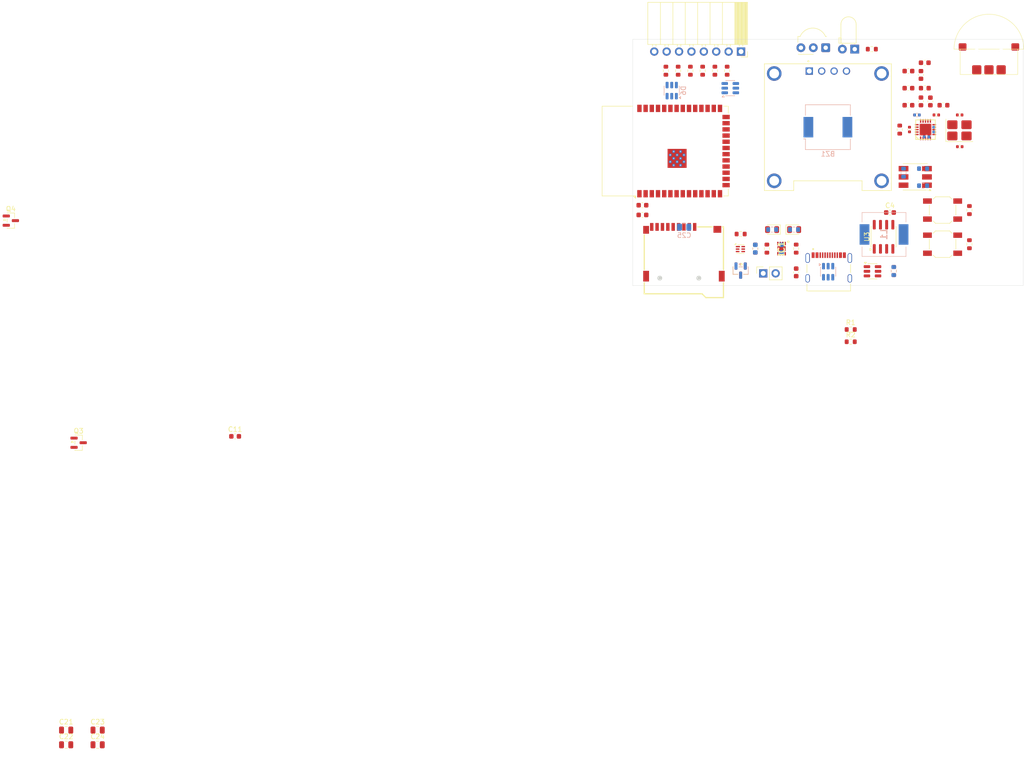
<source format=kicad_pcb>
(kicad_pcb (version 20241229) (generator "pcbnew") (generator_version "9.0")
  (layers (0 "F.Cu" signal) (4 "In1.Cu" signal) (6 "In2.Cu" signal) (2 "B.Cu" signal) (13 "F.Paste" user) (15 "B.Paste" user) (5 "F.SilkS" user "F.Silkscreen") (7 "B.SilkS" user "B.Silkscreen") (1 "F.Mask" user) (3 "B.Mask" user) (25 "Edge.Cuts" user))
  (net 0 "")
  (net 1 "/Power Manager/BAT+")
  (net 2 "Net-(BT1--)")
  (net 3 "GND")
  (net 4 "/I-O/BUZZER")
  (net 5 "/USB_VBUS")
  (net 6 "Net-(U1-BAT)")
  (net 7 "Net-(U3-Cdelay)")
  (net 8 "+3V3")
  (net 9 "Net-(U5-DCOUPL)")
  (net 10 "/Radio/XOSC_Q1")
  (net 11 "/Radio/XOSC_Q2")
  (net 12 "/Radio/RF_N")
  (net 13 "/Radio/RF_P")
  (net 14 "Net-(C17-Pad2)")
  (net 15 "Net-(C18-Pad1)")
  (net 16 "Net-(C19-Pad1)")
  (net 17 "Net-(AE1-A)")
  (net 18 "/USB_DM")
  (net 19 "/USB_DP")
  (net 20 "Net-(D2-A)")
  (net 21 "Net-(D2-K)")
  (net 22 "Net-(D3-A)")
  (net 23 "Net-(D3-K)")
  (net 24 "Net-(BZ1--)")
  (net 25 "Net-(D4-K)")
  (net 26 "/I-O/IO42_EXT")
  (net 27 "/I-O/IO39_EXT")
  (net 28 "/I-O/RXD0")
  (net 29 "/I-O/IO40_EXT")
  (net 30 "/I-O/TXD0")
  (net 31 "Net-(D7-GA)")
  (net 32 "Net-(D7-RA)")
  (net 33 "Net-(D7-BA)")
  (net 34 "Net-(IC1-ISET)")
  (net 35 "/Power Manager/BAT_NTC")
  (net 36 "Net-(IC1-VSET)")
  (net 37 "Net-(J1-CC2)")
  (net 38 "Net-(J1-CC1)")
  (net 39 "/I-O/IO41_EXT")
  (net 42 "/I-O/TXD0_EXT")
  (net 43 "/I-O/RXD0_EXT")
  (net 44 "/I-O/SD_CMD")
  (net 45 "/I-O/SD_DAT0")
  (net 46 "/I-O/SD_DAT3")
  (net 47 "/I-O/SD_DET")
  (net 48 "/I-O/SD_DAT2")
  (net 49 "/I-O/SD_CLK")
  (net 50 "/I-O/SD_DAT1")
  (net 51 "Net-(U2-SW)")
  (net 52 "Net-(Q1-G)")
  (net 53 "Net-(Q1-D)")
  (net 54 "Net-(Q2-G)")
  (net 55 "Net-(U1-V-)")
  (net 56 "Net-(U2-V_{FB})")
  (net 57 "/Power Manager/BOOST_OUT")
  (net 58 "Net-(U5-RBIAS)")
  (net 59 "/I-O/BTN1")
  (net 60 "/I-O/BTN2")
  (net 61 "/I-O/RGB_B")
  (net 62 "/I-O/RGB_G")
  (net 63 "/I-O/RGB_R")
  (net 66 "/MCU/CC1101_MISO")
  (net 67 "/I-O/OLED_SCL")
  (net 68 "/I-O/OLED_SDA")
  (net 70 "/MCU/CC1101_NCS")
  (net 72 "/Infrared/IR_RX")
  (net 73 "/MCU/CC1101_GDO0")
  (net 75 "/MCU/CC1101_SCLK")
  (net 76 "/MCU/CC1101_MOSI")
  (net 77 "/MCU/CC1101_GDO2")
  (net 78 "Net-(Q4-G)")
  (net 79 "/I-O/IO39")
  (net 80 "/I-O/IO40")
  (net 81 "/I-O/IO41")
  (net 82 "/I-O/IO42")
  (net 83 "/I-O/ENCODER_C")
  (net 84 "/I-O/ENCODER_A")
  (net 85 "/I-O/ENCODER_B")
  (footprint "Resistor_SMD:R_0603_1608Metric" (layer "F.Cu") (at 227.5 58 90)
    (property "Reference" "R21" (hide yes))
    (property "Value" "R" (hide yes))
    (pad "1" smd roundrect (at -0.825 0 90) (size 0.8 0.95) (layers "F.Cu" "F.Mask" "F.Paste") (net 59 "/I-O/BTN1"))
    (pad "2" smd roundrect (at 0.825 0 90) (size 0.8 0.95) (layers "F.Cu" "F.Mask" "F.Paste") (net 3 "GND"))
  )
  (footprint "Inductor_SMD:L_0603_1608Metric" (layer "F.Cu") (at 217.570834 30.2875 90)
    (property "Reference" "L5" (hide yes))
    (property "Value" "27nH" (hide yes))
    (pad "1" smd roundrect (at -0.7875 0 90) (size 0.875 0.95) (layers "F.Cu" "F.Mask" "F.Paste") (net 15 "Net-(C18-Pad1)"))
    (pad "2" smd roundrect (at 0.7875 0 90) (size 0.875 0.95) (layers "F.Cu" "F.Mask" "F.Paste") (net 16 "Net-(C19-Pad1)"))
  )
  (footprint "Crystal:Crystal_SMD_3225-4Pin_3.2x2.5mm_HandSoldering" (layer "F.Cu") (at 225.45 41.65)
    (property "Reference" "Y2" (hide yes))
    (property "Value" "Crystal_GND23" (hide yes))
    (pad "1" smd roundrect (at -1.45 1.15) (size 2.1 1.8) (layers "F.Cu" "F.Mask" "F.Paste") (roundrect_rratio 0.138889) (net 10 "/Radio/XOSC_Q1"))
    (pad "2" smd roundrect (at 1.45 1.15) (size 2.1 1.8) (layers "F.Cu" "F.Mask" "F.Paste") (roundrect_rratio 0.138889) (net 3 "GND"))
    (pad "3" smd roundrect (at -1.45 -1.15) (size 2.1 1.8) (layers "F.Cu" "F.Mask" "F.Paste") (roundrect_rratio 0.138889) (net 3 "GND"))
    (pad "4" smd roundrect (at 1.45 -1.15) (size 2.1 1.8) (layers "F.Cu" "F.Mask" "F.Paste") (roundrect_rratio 0.138889) (net 11 "/Radio/XOSC_Q2"))
  )
  (footprint "Package_TO_SOT_SMD:SOT-23" (layer "F.Cu") (at 180.6225 70.4125 -90)
    (property "Reference" "Q2" (hide yes))
    (property "Value" "NMOS" (hide yes))
    (pad "1" smd roundrect (at -0.9375 -0.95 270) (size 1.475 0.6) (layers "F.Cu" "F.Mask" "F.Paste") (net 54 "Net-(Q2-G)"))
    (pad "2" smd roundrect (at -0.9375 0.95 270) (size 1.475 0.6) (layers "F.Cu" "F.Mask" "F.Paste") (net 3 "GND"))
    (pad "3" smd roundrect (at 0.9375 0 270) (size 1.475 0.6) (layers "F.Cu" "F.Mask" "F.Paste") (net 53 "Net-(Q1-D)"))
  )
  (footprint "RF_Module:ESP32-S3-WROOM-1" (layer "F.Cu") (at 165.14 45.9 90)
    (property "Reference" "U4" (hide yes))
    (property "Value" "ESP32-S3-WROOM-1")
    (pad "1" smd rect (at -8.75 -5.26 90) (size 1.5 0.9) (layers "F.Cu" "F.Mask" "F.Paste") (net 3 "GND"))
    (pad "2" smd rect (at -8.75 -3.99 90) (size 1.5 0.9) (layers "F.Cu" "F.Mask" "F.Paste") (net 8 "+3V3"))
    (pad "3" smd rect (at -8.75 -2.72 90) (size 1.5 0.9) (layers "F.Cu" "F.Mask" "F.Paste") (net 8 "+3V3"))
    (pad "4" smd rect (at -8.75 -1.45 90) (size 1.5 0.9) (layers "F.Cu" "F.Mask" "F.Paste") (net 45 "/I-O/SD_DAT0"))
    (pad "5" smd rect (at -8.75 -0.18 90) (size 1.5 0.9) (layers "F.Cu" "F.Mask" "F.Paste") (net 50 "/I-O/SD_DAT1"))
    (pad "6" smd rect (at -8.75 1.09 90) (size 1.5 0.9) (layers "F.Cu" "F.Mask" "F.Paste") (net 47 "/I-O/SD_DET"))
    (pad "7" smd rect (at -8.75 2.36 90) (size 1.5 0.9) (layers "F.Cu" "F.Mask" "F.Paste") (net 48 "/I-O/SD_DAT2"))
    (pad "8" smd rect (at -8.75 3.63 90) (size 1.5 0.9) (layers "F.Cu" "F.Mask" "F.Paste") (net 77 "/MCU/CC1101_GDO2"))
    (pad "9" smd rect (at -8.75 4.9 90) (size 1.5 0.9) (layers "F.Cu" "F.Mask" "F.Paste") (net 73 "/MCU/CC1101_GDO0"))
    (pad "10" smd rect (at -8.75 6.17 90) (size 1.5 0.9) (layers "F.Cu" "F.Mask" "F.Paste") (net 63 "/I-O/RGB_R"))
    (pad "11" smd rect (at -8.75 7.44 90) (size 1.5 0.9) (layers "F.Cu" "F.Mask" "F.Paste") (net 62 "/I-O/RGB_G"))
    (pad "12" smd rect (at -8.75 8.71 90) (size 1.5 0.9) (layers "F.Cu" "F.Mask" "F.Paste") (net 49 "/I-O/SD_CLK"))
    (pad "13" smd rect (at -8.75 9.98 90) (size 1.5 0.9) (layers "F.Cu" "F.Mask" "F.Paste") (net 18 "/USB_DM"))
    (pad "14" smd rect (at -8.75 11.25 270) (size 1.5 0.9) (layers "F.Cu" "F.Mask" "F.Paste") (net 19 "/USB_DP"))
    (pad "15" smd rect (at -6.985 12.5) (size 1.5 0.9) (layers "F.Cu" "F.Mask" "F.Paste") (net 60 "/I-O/BTN2"))
    (pad "16" smd rect (at -5.715 12.5) (size 1.5 0.9) (layers "F.Cu" "F.Mask" "F.Paste") (net 83 "/I-O/ENCODER_C"))
    (pad "17" smd rect (at -4.445 12.5) (size 1.5 0.9) (layers "F.Cu" "F.Mask" "F.Paste") (net 84 "/I-O/ENCODER_A"))
    (pad "18" smd rect (at -3.175 12.5) (size 1.5 0.9) (layers "F.Cu" "F.Mask" "F.Paste") (net 70 "/MCU/CC1101_NCS"))
    (pad "19" smd rect (at -1.905 12.5) (size 1.5 0.9) (layers "F.Cu" "F.Mask" "F.Paste") (net 66 "/MCU/CC1101_MISO"))
    (pad "20" smd rect (at -0.635 12.5) (size 1.5 0.9) (layers "F.Cu" "F.Mask" "F.Paste") (net 75 "/MCU/CC1101_SCLK"))
    (pad "21" smd rect (at 0.635 12.5) (size 1.5 0.9) (layers "F.Cu" "F.Mask" "F.Paste") (net 76 "/MCU/CC1101_MOSI"))
    (pad "22" smd rect (at 1.905 12.5) (size 1.5 0.9) (layers "F.Cu" "F.Mask" "F.Paste") (net 72 "/Infrared/IR_RX"))
    (pad "23" smd rect (at 3.175 12.5) (size 1.5 0.9) (layers "F.Cu" "F.Mask" "F.Paste") (net 78 "Net-(Q4-G)"))
    (pad "24" smd rect (at 4.445 12.5) (size 1.5 0.9) (layers "F.Cu" "F.Mask" "F.Paste") (net 67 "/I-O/OLED_SCL"))
    (pad "25" smd rect (at 5.715 12.5) (size 1.5 0.9) (layers "F.Cu" "F.Mask" "F.Paste") (net 68 "/I-O/OLED_SDA"))
    (pad "26" smd rect (at 6.985 12.5) (size 1.5 0.9) (layers "F.Cu" "F.Mask" "F.Paste") (net 85 "/I-O/ENCODER_B"))
    (pad "27" smd rect (at 8.75 11.25 90) (size 1.5 0.9) (layers "F.Cu" "F.Mask" "F.Paste") (net 59 "/I-O/BTN1"))
    (pad "28" smd rect (at 8.75 9.98 90) (size 1.5 0.9) (layers "F.Cu" "F.Mask" "F.Paste"))
    (pad "29" smd rect (at 8.75 8.71 90) (size 1.5 0.9) (layers "F.Cu" "F.Mask" "F.Paste"))
    (pad "30" smd rect (at 8.75 7.44 90) (size 1.5 0.9) (layers "F.Cu" "F.Mask" "F.Paste"))
    (pad "31" smd rect (at 8.75 6.17 90) (size 1.5 0.9) (layers "F.Cu" "F.Mask" "F.Paste") (net 4 "/I-O/BUZZER"))
    (pad "32" smd rect (at 8.75 4.9 90) (size 1.5 0.9) (layers "F.Cu" "F.Mask" "F.Paste") (net 79 "/I-O/IO39"))
    (pad "33" smd rect (at 8.75 3.63 90) (size 1.5 0.9) (layers "F.Cu" "F.Mask" "F.Paste") (net 80 "/I-O/IO40"))
    (pad "34" smd rect (at 8.75 2.36 90) (size 1.5 0.9) (layers "F.Cu" "F.Mask" "F.Paste") (net 81 "/I-O/IO41"))
    (pad "35" smd rect (at 8.75 1.09 90) (size 1.5 0.9) (layers "F.Cu" "F.Mask" "F.Paste") (net 82 "/I-O/IO42"))
    (pad "36" smd rect (at 8.75 -0.18 90) (size 1.5 0.9) (layers "F.Cu" "F.Mask" "F.Paste") (net 28 "/I-O/RXD0"))
    (pad "37" smd rect (at 8.75 -1.45 90) (size 1.5 0.9) (layers "F.Cu" "F.Mask" "F.Paste") (net 30 "/I-O/TXD0"))
    (pad "38" smd rect (at 8.75 -2.72 90) (size 1.5 0.9) (layers "F.Cu" "F.Mask" "F.Paste") (net 44 "/I-O/SD_CMD"))
    (pad "39" smd rect (at 8.75 -3.99 90) (size 1.5 0.9) (layers "F.Cu" "F.Mask" "F.Paste") (net 46 "/I-O/SD_DAT3"))
    (pad "40" smd rect (at 8.75 -5.26 90) (size 1.5 0.9) (layers "F.Cu" "F.Mask" "F.Paste") (net 3 "GND"))
    (pad "41" thru_hole circle (at -2.9 1.76 180) (size 0.6 0.6) (drill 0.2) (property pad_prop_heatsink) (layers "*.Cu" "F.Mask") (net 3 "GND"))
    (pad "41" thru_hole circle (at -2.9 3.16 90) (size 0.6 0.6) (drill 0.2) (property pad_prop_heatsink) (layers "*.Cu" "F.Mask") (net 3 "GND"))
    (pad "41" thru_hole circle (at -2.2 1.06 90) (size 0.6 0.6) (drill 0.2) (property pad_prop_heatsink) (layers "*.Cu" "F.Mask") (net 3 "GND"))
    (pad "41" thru_hole circle (at -2.2 2.46 90) (size 0.6 0.6) (drill 0.2) (property pad_prop_heatsink) (layers "*.Cu" "F.Mask") (net 3 "GND"))
    (pad "41" thru_hole circle (at -2.2 3.86 90) (size 0.6 0.6) (drill 0.2) (property pad_prop_heatsink) (layers "*.Cu" "F.Mask") (net 3 "GND"))
    (pad "41" thru_hole circle (at -1.5 1.76 90) (size 0.6 0.6) (drill 0.2) (property pad_prop_heatsink) (layers "*.Cu" "F.Mask") (net 3 "GND"))
    (pad "41" smd rect (at -1.5 2.46) (size 3.9 3.9) (property pad_prop_heatsink) (layers "F.Cu" "F.Mask") (net 3 "GND"))
    (pad "41" thru_hole circle (at -1.5 3.16 90) (size 0.6 0.6) (drill 0.2) (property pad_prop_heatsink) (layers "*.Cu" "F.Mask") (net 3 "GND"))
    (pad "41" thru_hole circle (at -0.8 1.06 90) (size 0.6 0.6) (drill 0.2) (property pad_prop_heatsink) (layers "*.Cu" "F.Mask") (net 3 "GND"))
    (pad "41" thru_hole circle (at -0.8 2.46 90) (size 0.6 0.6) (drill 0.2) (property pad_prop_heatsink) (layers "*.Cu" "F.Mask") (net 3 "GND"))
    (pad "41" thru_hole circle (at -0.8 3.86 90) (size 0.6 0.6) (drill 0.2) (property pad_prop_heatsink) (layers "*.Cu" "F.Mask") (net 3 "GND"))
    (pad "41" thru_hole circle (at -0.1 1.76 90) (size 0.6 0.6) (drill 0.2) (property pad_prop_heatsink) (layers "*.Cu" "F.Mask") (net 3 "GND"))
    (pad "41" thru_hole circle (at -0.1 3.16 90) (size 0.6 0.6) (drill 0.2) (property pad_prop_heatsink) (layers "*.Cu" "F.Mask") (net 3 "GND"))
  )
  (footprint "Resistor_SMD:R_0603_1608Metric" (layer "F.Cu") (at 180.6225 62.9125 180)
    (property "Reference" "R7" (hide yes))
    (property "Value" "2.2k" (hide yes))
    (pad "1" smd roundrect (at -0.825 0 180) (size 0.8 0.95) (layers "F.Cu" "F.Mask" "F.Paste") (net 55 "Net-(U1-V-)"))
    (pad "2" smd roundrect (at 0.825 0 180) (size 0.8 0.95) (layers "F.Cu" "F.Mask" "F.Paste") (net 3 "GND"))
  )
  (footprint "Package_TO_SOT_SMD:SOT-23-6" (layer "F.Cu") (at 207.6375 70.55)
    (property "Reference" "U2" (hide yes))
    (property "Value" "MCP1640Bx-xCHY" (hide yes))
    (pad "1" smd roundrect (at -1.1375 -0.95) (size 1.325 0.6) (layers "F.Cu" "F.Mask" "F.Paste") (net 51 "Net-(U2-SW)"))
    (pad "2" smd roundrect (at -1.1375 0) (size 1.325 0.6) (layers "F.Cu" "F.Mask" "F.Paste") (net 3 "GND"))
    (pad "3" smd roundrect (at -1.1375 0.95) (size 1.325 0.6) (layers "F.Cu" "F.Mask" "F.Paste") (net 1 "/Power Manager/BAT+"))
    (pad "4" smd roundrect (at 1.1375 0.95) (size 1.325 0.6) (layers "F.Cu" "F.Mask" "F.Paste") (net 56 "Net-(U2-V_{FB})"))
    (pad "5" smd roundrect (at 1.1375 0) (size 1.325 0.6) (layers "F.Cu" "F.Mask" "F.Paste") (net 57 "/Power Manager/BOOST_OUT"))
    (pad "6" smd roundrect (at 1.1375 -0.95) (size 1.325 0.6) (layers "F.Cu" "F.Mask" "F.Paste") (net 1 "/Power Manager/BAT+"))
  )
  (footprint "Resistor_SMD:R_0603_1608Metric" (layer "F.Cu") (at 186 65.9025 -90)
    (property "Reference" "R4" (hide yes))
    (property "Value" "400" (hide yes))
    (pad "1" smd roundrect (at -0.825 0 270) (size 0.8 0.95) (layers "F.Cu" "F.Mask" "F.Paste") (net 34 "Net-(IC1-ISET)"))
    (pad "2" smd roundrect (at 0.825 0 270) (size 0.8 0.95) (layers "F.Cu" "F.Mask" "F.Paste") (net 3 "GND"))
  )
  (footprint "microsd:TF-SMD_A-MICROTF-1.85A" (layer "F.Cu") (at 169 66.5)
    (property "Reference" "J3" (hide yes))
    (property "Value" "Micro_SD_Card_Det1")
    (fp_poly (pts (xy -4.454278 5.384737) (xy -4.48806 5.258658) (xy -4.553323 5.145619) (xy -4.645619 5.053323) (xy -4.758658 4.98806) (xy -4.884737 4.954278) (xy -5.015263 4.954278) (xy -5.141342 4.98806) (xy -5.254381 5.053323) (xy -5.346677 5.145619) (xy -5.41194 5.258658) (xy -5.445722 5.384737) (xy -5.445722 5.515263) (xy -5.41194 5.641342) (xy -5.346677 5.754381) (xy -5.254381 5.846677) (xy -5.141342 5.91194) (xy -5.015263 5.945722) (xy -4.884737 5.945722) (xy -4.758658 5.91194) (xy -4.645619 5.846677) (xy -4.553323 5.754381) (xy -4.48806 5.641342) (xy -4.454278 5.515263)) (fill yes) (layer "Edge.Cuts"))
    (fp_poly (pts (xy 3.545722 5.384737) (xy 3.51194 5.258658) (xy 3.446677 5.145619) (xy 3.354381 5.053323) (xy 3.241342 4.98806) (xy 3.115263 4.954278) (xy 2.984737 4.954278) (xy 2.858658 4.98806) (xy 2.745619 5.053323) (xy 2.653323 5.145619) (xy 2.58806 5.258658) (xy 2.554278 5.384737) (xy 2.554278 5.515263) (xy 2.58806 5.641342) (xy 2.653323 5.754381) (xy 2.745619 5.846677) (xy 2.858658 5.91194) (xy 2.984737 5.945722) (xy 3.115263 5.945722) (xy 3.241342 5.91194) (xy 3.354381 5.846677) (xy 3.446677 5.754381) (xy 3.51194 5.641342) (xy 3.545722 5.515263)) (fill yes) (layer "Edge.Cuts"))
    (pad "1" smd rect (at 2.2 -5.05) (size 0.7 1.6) (layers "F.Cu" "F.Mask" "F.Paste") (net 48 "/I-O/SD_DAT2"))
    (pad "2" smd rect (at 1.1 -5.05) (size 0.7 1.6) (layers "F.Cu" "F.Mask" "F.Paste") (net 46 "/I-O/SD_DAT3"))
    (pad "3" smd rect (at 0 -5.05) (size 0.7 1.6) (layers "F.Cu" "F.Mask" "F.Paste") (net 44 "/I-O/SD_CMD"))
    (pad "4" smd rect (at -1.1 -5.05) (size 0.7 1.6) (layers "F.Cu" "F.Mask" "F.Paste") (net 8 "+3V3"))
    (pad "5" smd rect (at -2.2 -5.05) (size 0.7 1.6) (layers "F.Cu" "F.Mask" "F.Paste") (net 49 "/I-O/SD_CLK"))
    (pad "6" smd rect (at -3.3 -5.05) (size 0.7 1.6) (layers "F.Cu" "F.Mask" "F.Paste") (net 3 "GND"))
    (pad "7" smd rect (at -4.4 -5.05) (size 0.7 1.6) (layers "F.Cu" "F.Mask" "F.Paste") (net 45 "/I-O/SD_DAT0"))
    (pad "8" smd rect (at -5.5 -5.05) (size 0.7 1.6) (layers "F.Cu" "F.Mask" "F.Paste") (net 50 "/I-O/SD_DAT1"))
    (pad "9" smd rect (at -6.6 -5.05) (size 0.7 1.6) (layers "F.Cu" "F.Mask" "F.Paste") (net 47 "/I-O/SD_DET"))
    (pad "10" smd rect (at -7.75 -4.45) (size 1.2 1.6) (layers "F.Cu" "F.Mask" "F.Paste") (net 3 "GND"))
    (pad "10" smd rect (at -7.75 5.05 90) (size 2.2 1.2) (layers "F.Cu" "F.Mask" "F.Paste") (net 3 "GND"))
    (pad "10" smd rect (at 6.85 -4.55) (size 1.6 1.4) (layers "F.Cu" "F.Mask" "F.Paste") (net 3 "GND"))
    (pad "10" smd rect (at 7.75 5.05) (size 1.2 2.2) (layers "F.Cu" "F.Mask" "F.Paste") (net 3 "GND"))
  )
  (footprint "USBC:HRO_TYPE-C-31-M-12" (layer "F.Cu") (at 198.675 72)
    (property "Reference" "J1" (hide yes))
    (property "Value" "USB_C_Receptacle_USB2.0_14P")
    (pad "" np_thru_hole circle (at -2.89 -3.68) (size 0.6 0.6) (drill 0.6) (layers "*.Cu" "*.Mask"))
    (pad "" np_thru_hole circle (at 2.89 -3.68) (size 0.6 0.6) (drill 0.6) (layers "*.Cu" "*.Mask"))
    (pad "A1" smd rect (at -3.2 -4.75) (size 0.6 1.14) (layers "F.Cu" "F.Paste"))
    (pad "A1" smd rect (at 3.2 -4.75) (size 0.6 1.14) (layers "F.Cu" "F.Paste"))
    (pad "A4" smd rect (at -2.4 -4.75) (size 0.6 1.14) (layers "F.Cu" "F.Paste"))
    (pad "A4" smd rect (at 2.4 -4.75) (size 0.6 1.14) (layers "F.Cu" "F.Paste"))
    (pad "A5" smd rect (at -1.25 -4.75) (size 0.3 1.14) (layers "F.Cu" "F.Paste") (net 38 "Net-(J1-CC1)"))
    (pad "A6" smd rect (at -0.25 -4.75) (size 0.3 1.14) (layers "F.Cu" "F.Paste") (net 19 "/USB_DP"))
    (pad "A7" smd rect (at 0.25 -4.75) (size 0.3 1.14) (layers "F.Cu" "F.Paste") (net 18 "/USB_DM"))
    (pad "A8" smd rect (at 1.25 -4.75) (size 0.3 1.14) (layers "F.Cu" "F.Paste"))
    (pad "B5" smd rect (at 1.75 -4.75) (size 0.3 1.14) (layers "F.Cu" "F.Paste") (net 37 "Net-(J1-CC2)"))
    (pad "B6" smd rect (at 0.75 -4.75) (size 0.3 1.14) (layers "F.Cu" "F.Paste") (net 19 "/USB_DP"))
    (pad "B7" smd rect (at -0.75 -4.75) (size 0.3 1.14) (layers "F.Cu" "F.Paste") (net 18 "/USB_DM"))
    (pad "B8" smd rect (at -1.75 -4.75) (size 0.3 1.14) (layers "F.Cu" "F.Paste"))
    (pad "S1" thru_hole oval (at -4.325 -4.17) (size 0.9 2) (drill oval 0.6 1.7) (layers "*.Cu" "*.Mask") (net 3 "GND"))
    (pad "S1" thru_hole oval (at -4.325 0) (size 0.9 1.7) (drill oval 0.6 1.4) (layers "*.Cu" "*.Mask") (net 3 "GND"))
    (pad "S1" thru_hole oval (at 4.325 -4.17) (size 0.9 2) (drill oval 0.6 1.7) (layers "*.Cu" "*.Mask") (net 3 "GND"))
    (pad "S1" thru_hole oval (at 4.325 0) (size 0.9 1.7) (drill oval 0.6 1.4) (layers "*.Cu" "*.Mask") (net 3 "GND"))
  )
  (footprint "Connector_PinSocket_2.54mm:PinSocket_1x02_P2.54mm_Vertical" (layer "F.Cu") (at 185.25 70.975 90)
    (property "Reference" "BT1" (hide yes))
    (property "Value" "Battery_Cell" (hide yes))
    (pad "1" thru_hole rect (at 0 0 90) (size 1.7 1.7) (drill 1) (layers "*.Cu" "*.Mask") (net 1 "/Power Manager/BAT+"))
    (pad "2" thru_hole circle (at 0 2.54 90) (size 1.7 1.7) (drill 1) (layers "*.Cu" "*.Mask") (net 2 "Net-(BT1--)"))
  )
  (footprint "BQ25176J:SON50P200X200X80-9N" (layer "F.Cu") (at 189 65.9025 -90)
    (property "Reference" "IC1" (at 0 0 90) (layer "F.SilkS") (effects (font (size 1.27 1.27) (thickness 0.254))))
    (property "Value" "BQ25176JDSGR" (hide yes))
    (pad "1" smd rect (at -1.05 -0.75) (size 0.3 0.7) (layers "F.Cu" "F.Mask" "F.Paste") (net 5 "/USB_VBUS"))
    (pad "2" smd rect (at -1.05 -0.25) (size 0.3 0.7) (layers "F.Cu" "F.Mask" "F.Paste") (net 34 "Net-(IC1-ISET)"))
    (pad "3" smd rect (at -1.05 0.25) (size 0.3 0.7) (layers "F.Cu" "F.Mask" "F.Paste") (net 35 "/Power Manager/BAT_NTC"))
    (pad "4" smd rect (at -1.05 0.75) (size 0.3 0.7) (layers "F.Cu" "F.Mask" "F.Paste") (net 3 "GND"))
    (pad "5" smd rect (at 1.05 0.75) (size 0.3 0.7) (layers "F.Cu" "F.Mask" "F.Paste") (net 21 "Net-(D2-K)"))
    (pad "6" smd rect (at 1.05 0.25) (size 0.3 0.7) (layers "F.Cu" "F.Mask" "F.Paste") (net 23 "Net-(D3-K)"))
    (pad "7" smd rect (at 1.05 -0.25) (size 0.3 0.7) (layers "F.Cu" "F.Mask" "F.Paste") (net 36 "Net-(IC1-VSET)"))
    (pad "8" smd rect (at 1.05 -0.75) (size 0.3 0.7) (layers "F.Cu" "F.Mask" "F.Paste") (net 1 "/Power Manager/BAT+"))
    (pad "9" smd rect (at 0 0 270) (size 1 1.7) (layers "F.Cu" "F.Mask" "F.Paste") (net 3 "GND"))
  )
  (footprint "Capacitor_SMD:C_0402_1005Metric" (layer "F.Cu") (at 216.74 38.5 180)
    (property "Reference" "C12" (hide yes))
    (property "Value" "C" (hide yes))
    (pad "1" smd roundrect (at -0.48 0 180) (size 0.56 0.62) (layers "F.Cu" "F.Mask" "F.Paste") (net 8 "+3V3"))
    (pad "2" smd roundrect (at 0.48 0 180) (size 0.56 0.62) (layers "F.Cu" "F.Mask" "F.Paste") (net 3 "GND"))
  )
  (footprint "Resistor_SMD:R_0603_1608Metric" (layer "F.Cu") (at 203.175 82.49)
    (property "Reference" "R1" (at 0 -1.43 0) (layer "F.SilkS"))
    (property "Value" "R_Small")
    (pad "1" smd roundrect (at -0.825 0) (size 0.8 0.95) (layers "F.Cu" "F.Mask" "F.Paste") (net 38 "Net-(J1-CC1)"))
    (pad "2" smd roundrect (at 0.825 0) (size 0.8 0.95) (layers "F.Cu" "F.Mask" "F.Paste") (net 3 "GND"))
  )
  (footprint "Resistor_SMD:R_0603_1608Metric" (layer "F.Cu") (at 172.835 29.425 90)
    (property "Reference" "R16" (hide yes))
    (property "Value" "R_Small" (hide yes))
    (pad "1" smd roundrect (at -0.825 0 90) (size 0.8 0.95) (layers "F.Cu" "F.Mask" "F.Paste") (net 80 "/I-O/IO40"))
    (pad "2" smd roundrect (at 0.825 0 90) (size 0.8 0.95) (layers "F.Cu" "F.Mask" "F.Paste") (net 29 "/I-O/IO40_EXT"))
  )
  (footprint "Inductor_SMD:L_0603_1608Metric" (layer "F.Cu") (at 218.358334 33 180)
    (property "Reference" "L4" (hide yes))
    (property "Value" "22nH" (hide yes))
    (pad "1" smd roundrect (at -0.7875 0 180) (size 0.875 0.95) (layers "F.Cu" "F.Mask" "F.Paste") (net 14 "Net-(C17-Pad2)"))
    (pad "2" smd roundrect (at 0.7875 0 180) (size 0.875 0.95) (layers "F.Cu" "F.Mask" "F.Paste") (net 15 "Net-(C18-Pad1)"))
  )
  (footprint "Capacitor_SMD:C_0603_1608Metric" (layer "F.Cu") (at 160.5 59 180)
    (property "Reference" "C6" (hide yes))
    (property "Value" "C" (hide yes))
    (pad "1" smd roundrect (at -0.775 0 180) (size 0.9 0.95) (layers "F.Cu" "F.Mask" "F.Paste") (net 8 "+3V3"))
    (pad "2" smd roundrect (at 0.775 0 180) (size 0.9 0.95) (layers "F.Cu" "F.Mask" "F.Paste") (net 3 "GND"))
  )
  (footprint "Resistor_SMD:R_0603_1608Metric" (layer "F.Cu") (at 213.22 41.5 -90)
    (property "Reference" "R12" (hide yes))
    (property "Value" "R" (hide yes))
    (pad "1" smd roundrect (at -0.825 0 270) (size 0.8 0.95) (layers "F.Cu" "F.Mask" "F.Paste") (net 58 "Net-(U5-RBIAS)"))
    (pad "2" smd roundrect (at 0.825 0 270) (size 0.8 0.95) (layers "F.Cu" "F.Mask" "F.Paste") (net 3 "GND"))
  )
  (footprint "Capacitor_SMD:C_0805_2012Metric" (layer "F.Cu") (at 48.86 167.64)
    (property "Reference" "C24" (at 0 -1.68 0) (layer "F.SilkS"))
    (property "Value" "C")
    (pad "1" smd roundrect (at -0.95 0) (size 1 1.45) (layers "F.Cu" "F.Mask" "F.Paste") (net 8 "+3V3"))
    (pad "2" smd roundrect (at 0.95 0) (size 1 1.45) (layers "F.Cu" "F.Mask" "F.Paste") (net 3 "GND"))
  )
  (footprint "Resistor_SMD:R_0603_1608Metric" (layer "F.Cu") (at 192 65.9025 90)
    (property "Reference" "R8" (hide yes))
    (property "Value" "27.4k" (hide yes))
    (pad "1" smd roundrect (at -0.825 0 90) (size 0.8 0.95) (layers "F.Cu" "F.Mask" "F.Paste") (net 36 "Net-(IC1-VSET)"))
    (pad "2" smd roundrect (at 0.825 0 90) (size 0.8 0.95) (layers "F.Cu" "F.Mask" "F.Paste") (net 3 "GND"))
  )
  (footprint "LED_SMD:LED_0805_2012Metric" (layer "F.Cu") (at 187.0625 62 180)
    (property "Reference" "D3" (hide yes))
    (property "Value" "LED" (hide yes))
    (pad "1" smd roundrect (at -0.9375 0 180) (size 0.975 1.4) (layers "F.Cu" "F.Mask" "F.Paste") (net 23 "Net-(D3-K)"))
    (pad "2" smd roundrect (at 0.9375 0 180) (size 0.975 1.4) (layers "F.Cu" "F.Mask" "F.Paste") (net 22 "Net-(D3-A)"))
  )
  (footprint "OptoDevice:Vishay_MOLD-3Pin" (layer "F.Cu") (at 198.05 24.71 180)
    (property "Reference" "U7" (hide yes))
    (property "Value" "TSOP348xx")
    (pad "1" thru_hole roundrect (at 0 0 180) (size 1.8 1.8) (drill 0.9) (layers "*.Cu" "*.Mask") (roundrect_rratio 0.138) (net 72 "/Infrared/IR_RX"))
    (pad "2" thru_hole circle (at 2.54 0 180) (size 1.8 1.8) (drill 0.9) (layers "*.Cu" "*.Mask") (net 3 "GND"))
    (pad "3" thru_hole circle (at 5.08 0 180) (size 1.8 1.8) (drill 0.9) (layers "*.Cu" "*.Mask") (net 8 "+3V3"))
  )
  (footprint "Inductor_SMD:L_0603_1608Metric" (layer "F.Cu") (at 217.570834 35.7125 90)
    (property "Reference" "L3" (hide yes))
    (property "Value" "27nH" (hide yes))
    (pad "1" smd roundrect (at -0.7875 0 90) (size 0.875 0.95) (layers "F.Cu" "F.Mask" "F.Paste") (net 12 "/Radio/RF_N"))
    (pad "2" smd roundrect (at 0.7875 0 90) (size 0.875 0.95) (layers "F.Cu" "F.Mask" "F.Paste") (net 14 "Net-(C17-Pad2)"))
  )
  (footprint "Resistor_SMD:R_0603_1608Metric" (layer "F.Cu") (at 177.855 29.425 90)
    (property "Reference" "R18" (hide yes))
    (property "Value" "R_Small" (hide yes))
    (pad "1" smd roundrect (at -0.825 0 90) (size 0.8 0.95) (layers "F.Cu" "F.Mask" "F.Paste") (net 82 "/I-O/IO42"))
    (pad "2" smd roundrect (at 0.825 0 90) (size 0.8 0.95) (layers "F.Cu" "F.Mask" "F.Paste") (net 26 "/I-O/IO42_EXT"))
  )
  (footprint "Capacitor_SMD:C_0402_1005Metric" (layer "F.Cu") (at 225.52 45)
    (property "Reference" "C14" (hide yes))
    (property "Value" "C_Small" (hide yes))
    (pad "1" smd roundrect (at -0.48 0) (size 0.56 0.62) (layers "F.Cu" "F.Mask" "F.Paste") (net 10 "/Radio/XOSC_Q1"))
    (pad "2" smd roundrect (at 0.48 0) (size 0.56 0.62) (layers "F.Cu" "F.Mask" "F.Paste") (net 3 "GND"))
  )
  (footprint "Capacitor_SMD:C_0603_1608Metric" (layer "F.Cu") (at 219.5 35.725 90)
    (property "Reference" "C17" (hide yes))
    (property "Value" "C" (hide yes))
    (pad "1" smd roundrect (at -0.775 0 90) (size 0.9 0.95) (layers "F.Cu" "F.Mask" "F.Paste") (net 13 "/Radio/RF_P"))
    (pad "2" smd roundrect (at 0.775 0 90) (size 0.9 0.95) (layers "F.Cu" "F.Mask" "F.Paste") (net 14 "Net-(C17-Pad2)"))
  )
  (footprint "Inductor_SMD:L_0603_1608Metric" (layer "F.Cu") (at 222.179167 36.5 180)
    (property "Reference" "L2" (hide yes))
    (property "Value" "27nH" (hide yes))
    (pad "1" smd roundrect (at -0.7875 0 180) (size 0.875 0.95) (layers "F.Cu" "F.Mask" "F.Paste") (net 3 "GND"))
    (pad "2" smd roundrect (at 0.7875 0 180) (size 0.875 0.95) (layers "F.Cu" "F.Mask" "F.Paste") (net 13 "/Radio/RF_P"))
  )
  (footprint "Package_TO_SOT_SMD:SOT-23" (layer "F.Cu") (at 31.075 60.165)
    (property "Reference" "Q4" (at 0 -2.4 0) (layer "F.SilkS"))
    (property "Value" "NMOS")
    (pad "1" smd roundrect (at -0.9375 -0.95) (size 1.475 0.6) (layers "F.Cu" "F.Mask" "F.Paste") (net 78 "Net-(Q4-G)"))
    (pad "2" smd roundrect (at -0.9375 0.95) (size 1.475 0.6) (layers "F.Cu" "F.Mask" "F.Paste") (net 3 "GND"))
    (pad "3" smd roundrect (at 0.9375 0) (size 1.475 0.6) (layers "F.Cu" "F.Mask" "F.Paste") (net 61 "/I-O/RGB_B"))
  )
  (footprint "Capacitor_SMD:C_0805_2012Metric" (layer "F.Cu") (at 42.41 164.63)
    (property "Reference" "C21" (at 0 -1.68 0) (layer "F.SilkS"))
    (property "Value" "C")
    (pad "1" smd roundrect (at -0.95 0) (size 1 1.45) (layers "F.Cu" "F.Mask" "F.Paste") (net 3 "GND"))
    (pad "2" smd roundrect (at 0.95 0) (size 1 1.45) (layers "F.Cu" "F.Mask" "F.Paste") (net 8 "+3V3"))
  )
  (footprint "Resistor_SMD:R_0603_1608Metric" (layer "F.Cu") (at 203.175 85)
    (property "Reference" "R2" (at 0 -1.43 0) (layer "F.SilkS"))
    (property "Value" "R_Small")
    (pad "1" smd roundrect (at -0.825 0) (size 0.8 0.95) (layers "F.Cu" "F.Mask" "F.Paste") (net 37 "Net-(J1-CC2)"))
    (pad "2" smd roundrect (at 0.825 0) (size 0.8 0.95) (layers "F.Cu" "F.Mask" "F.Paste") (net 3 "GND"))
  )
  (footprint "Resistor_SMD:R_0603_1608Metric" (layer "F.Cu") (at 183.6225 65.9025 90)
    (property "Reference" "R3" (hide yes))
    (property "Value" "330" (hide yes))
    (pad "1" smd roundrect (at -0.825 0 90) (size 0.8 0.95) (layers "F.Cu" "F.Mask" "F.Paste") (net 1 "/Power Manager/BAT+"))
    (pad "2" smd roundrect (at 0.825 0 90) (size 0.8 0.95) (layers "F.Cu" "F.Mask" "F.Paste") (net 6 "Net-(U1-BAT)"))
  )
  (footprint "Resistor_SMD:R_0603_1608Metric" (layer "F.Cu") (at 170.325 29.425 90)
    (property "Reference" "R15" (hide yes))
    (property "Value" "R_Small" (hide yes))
    (pad "1" smd roundrect (at -0.825 0 90) (size 0.8 0.95) (layers "F.Cu" "F.Mask" "F.Paste") (net 79 "/I-O/IO39"))
    (pad "2" smd roundrect (at 0.825 0 90) (size 0.8 0.95) (layers "F.Cu" "F.Mask" "F.Paste") (net 27 "/I-O/IO39_EXT"))
  )
  (footprint "Capacitor_SMD:C_0402_1005Metric" (layer "F.Cu") (at 215.22 41.48 -90)
    (property "Reference" "C7" (hide yes))
    (property "Value" "C" (hide yes))
    (pad "1" smd roundrect (at -0.48 0 270) (size 0.56 0.62) (layers "F.Cu" "F.Mask" "F.Paste") (net 8 "+3V3"))
    (pad "2" smd roundrect (at 0.48 0 270) (size 0.56 0.62) (layers "F.Cu" "F.Mask" "F.Paste") (net 3 "GND"))
  )
  (footprint "Package_SO:SOIC-8_3.9x4.9mm_P1.27mm" (layer "F.Cu") (at 209.905 63.475 90)
    (property "Reference" "U3" (at 0 -3.4 90) (layer "F.SilkS"))
    (property "Value" "MCP1727-0802xSN")
    (pad "1" smd roundrect (at -2.475 -1.905 90) (size 1.95 0.6) (layers "F.Cu" "F.Mask" "F.Paste") (net 57 "/Power Manager/BOOST_OUT"))
    (pad "2" smd roundrect (at -2.475 -0.635 90) (size 1.95 0.6) (layers "F.Cu" "F.Mask" "F.Paste") (net 57 "/Power Manager/BOOST_OUT"))
    (pad "3" smd roundrect (at -2.475 0.635 90) (size 1.95 0.6) (layers "F.Cu" "F.Mask" "F.Paste") (net 57 "/Power Manager/BOOST_OUT"))
    (pad "4" smd roundrect (at -2.475 1.905 90) (size 1.95 0.6) (layers "F.Cu" "F.Mask" "F.Paste") (net 3 "GND"))
    (pad "5" smd roundrect (at 2.475 1.905 90) (size 1.95 0.6) (layers "F.Cu" "F.Mask" "F.Paste"))
    (pad "6" smd roundrect (at 2.475 0.635 90) (size 1.95 0.6) (layers "F.Cu" "F.Mask" "F.Paste") (net 7 "Net-(U3-Cdelay)"))
    (pad "7" smd roundrect (at 2.475 -0.635 90) (size 1.95 0.6) (layers "F.Cu" "F.Mask" "F.Paste") (net 8 "+3V3"))
    (pad "8" smd roundrect (at 2.475 -1.905 90) (size 1.95 0.6) (layers "F.Cu" "F.Mask" "F.Paste") (net 8 "+3V3"))
  )
  (footprint "Package_TO_SOT_SMD:SOT-23" (layer "F.Cu") (at 44.965 105.705)
    (property "Reference" "Q3" (at 0 -2.4 0) (layer "F.SilkS"))
    (property "Value" "NMOS")
    (pad "1" smd roundrect (at -0.9375 -0.95) (size 1.475 0.6) (layers "F.Cu" "F.Mask" "F.Paste") (net 4 "/I-O/BUZZER"))
    (pad "2" smd roundrect (at -0.9375 0.95) (size 1.475 0.6) (layers "F.Cu" "F.Mask" "F.Paste") (net 3 "GND"))
    (pad "3" smd roundrect (at 0.9375 0) (size 1.475 0.6) (layers "F.Cu" "F.Mask" "F.Paste") (net 24 "Net-(BZ1--)"))
  )
  (footprint "Resistor_SMD:R_0603_1608Metric" (layer "F.Cu") (at 175.345 29.425 90)
    (property "Reference" "R17" (hide yes))
    (property "Value" "R_Small" (hide yes))
    (pad "1" smd roundrect (at -0.825 0 90) (size 0.8 0.95) (layers "F.Cu" "F.Mask" "F.Paste") (net 81 "/I-O/IO41"))
    (pad "2" smd roundrect (at 0.825 0 90) (size 0.8 0.95) (layers "F.Cu" "F.Mask" "F.Paste") (net 39 "/I-O/IO41_EXT"))
  )
  (footprint "Capacitor_SMD:C_0402_1005Metric" (layer "F.Cu") (at 225.5 38.5)
    (property "Reference" "C15" (hide yes))
    (property "Value" "C_Small" (hide yes))
    (pad "1" smd roundrect (at -0.48 0) (size 0.56 0.62) (layers "F.Cu" "F.Mask" "F.Paste") (net 11 "/Radio/XOSC_Q2"))
    (pad "2" smd roundrect (at 0.48 0) (size 0.56 0.62) (layers "F.Cu" "F.Mask" "F.Paste") (net 3 "GND"))
  )
  (footprint "Button_Switch_SMD:SW_SPST_SKQG_WithoutStem" (layer "F.Cu") (at 222 65)
    (property "Reference" "SW2" (hide yes))
    (property "Value" "SW_Push" (hide yes))
    (pad "1" smd rect (at -3.1 -1.85) (size 1.8 1.1) (layers "F.Cu" "F.Mask" "F.Paste") (net 8 "+3V3"))
    (pad "1" smd rect (at 3.1 -1.85) (size 1.8 1.1) (layers "F.Cu" "F.Mask" "F.Paste") (net 8 "+3V3"))
    (pad "2" smd rect (at -3.1 1.85) (size 1.8 1.1) (layers "F.Cu" "F.Mask" "F.Paste") (net 60 "/I-O/BTN2"))
    (pad "2" smd rect (at 3.1 1.85) (size 1.8 1.1) (layers "F.Cu" "F.Mask" "F.Paste") (net 60 "/I-O/BTN2"))
  )
  (footprint "oled_128x64:MODULE_DM-OLED096-636" (layer "F.Cu") (at 198.5 41)
    (property "Reference" "U6" (hide yes))
    (property "Value" "DM-OLED096-636")
    (pad "1" thru_hole rect (at -3.81 -11.5) (size 1.508 1.508) (drill 1) (layers "*.Cu" "*.Mask") (net 3 "GND"))
    (pad "2" thru_hole circle (at -1.27 -11.5) (size 1.508 1.508) (drill 1) (layers "*.Cu" "*.Mask") (net 8 "+3V3"))
    (pad "3" thru_hole circle (at 1.27 -11.5) (size 1.508 1.508) (drill 1) (layers "*.Cu" "*.Mask") (net 67 "/I-O/OLED_SCL"))
    (pad "4" thru_hole circle (at 3.81 -11.5) (size 1.508 1.508) (drill 1) (layers "*.Cu" "*.Mask") (net 68 "/I-O/OLED_SDA"))
    (pad "S1" thru_hole circle (at -11 -11) (size 3 3) (drill 2) (layers "*.Cu" "*.Mask"))
    (pad "S2" thru_hole circle (at 11 -11) (size 3 3) (drill 2) (layers "*.Cu" "*.Mask"))
    (pad "S3" thru_hole circle (at 11 11) (size 3 3) (drill 2) (layers "*.Cu" "*.Mask"))
    (pad "S4" thru_hole circle (at -11 11) (size 3 3) (drill 2) (layers "*.Cu" "*.Mask"))
  )
  (footprint "Package_SON:WSON-6_1.5x1.5mm_P0.5mm" (layer "F.Cu") (at 180.575 66)
    (property "Reference" "U1" (hide yes))
    (property "Value" "BQ297xy" (hide yes))
    (pad "1" smd roundrect (at -0.525 -0.5 270) (size 0.28 0.85) (layers "F.Cu" "F.Mask" "F.Paste"))
    (pad "2" smd roundrect (at -0.575 0 270) (size 0.28 0.75) (layers "F.Cu" "F.Mask" "F.Paste") (net 54 "Net-(Q2-G)"))
    (pad "3" smd roundrect (at -0.575 0.5 270) (size 0.28 0.75) (layers "F.Cu" "F.Mask" "F.Paste") (net 52 "Net-(Q1-G)"))
    (pad "4" smd roundrect (at 0.575 0.5 270) (size 0.28 0.75) (layers "F.Cu" "F.Mask" "F.Paste") (net 2 "Net-(BT1--)"))
    (pad "5" smd roundrect (at 0.575 0 270) (size 0.28 0.75) (layers "F.Cu" "F.Mask" "F.Paste") (net 6 "Net-(U1-BAT)"))
    (pad "6" smd roundrect (at 0.575 -0.5 270) (size 0.28 0.75) (layers "F.Cu" "F.Mask" "F.Paste") (net 55 "Net-(U1-V-)"))
  )
  (footprint "Capacitor_SMD:C_0805_2012Metric" (layer "F.Cu") (at 48.86 164.63)
    (property "Reference" "C23" (at 0 -1.68 0) (layer "F.SilkS"))
    (property "Value" "C")
    (pad "1" smd roundrect (at -0.95 0) (size 1 1.45) (layers "F.Cu" "F.Mask" "F.Paste") (net 57 "/Power Manager/BOOST_OUT"))
    (pad "2" smd roundrect (at 0.95 0) (size 1 1.45) (layers "F.Cu" "F.Mask" "F.Paste") (net 3 "GND"))
  )
  (footprint "Connector_PinSocket_2.54mm:PinSocket_1x08_P2.54mm_Horizontal" (layer "F.Cu") (at 180.7 25.5 -90)
    (property "Reference" "J2" (hide yes))
    (property "Value" "Conn_01x08")
    (pad "1" thru_hole rect (at 0 0 270) (size 1.7 1.7) (drill 1) (layers "*.Cu" "*.Mask") (net 8 "+3V3"))
    (pad "2" thru_hole circle (at 0 2.54 270) (size 1.7 1.7) (drill 1) (layers "*.Cu" "*.Mask") (net 26 "/I-O/IO42_EXT"))
    (pad "3" thru_hole circle (at 0 5.08 270) (size 1.7 1.7) (drill 1) (layers "*.Cu" "*.Mask") (net 39 "/I-O/IO41_EXT"))
    (pad "4" thru_hole circle (at 0 7.62 270) (size 1.7 1.7) (drill 1) (layers "*.Cu" "*.Mask") (net 29 "/I-O/IO40_EXT"))
    (pad "5" thru_hole circle (at 0 10.16 270) (size 1.7 1.7) (drill 1) (layers "*.Cu" "*.Mask") (net 27 "/I-O/IO39_EXT"))
    (pad "6" thru_hole circle (at 0 12.7 270) (size 1.7 1.7) (drill 1) (layers "*.Cu" "*.Mask") (net 42 "/I-O/TXD0_EXT"))
    (pad "7" thru_hole circle (at 0 15.24 270) (size 1.7 1.7) (drill 1) (layers "*.Cu" "*.Mask") (net 43 "/I-O/RXD0_EXT"))
    (pad "8" thru_hole circle (at 0 17.78 270) (size 1.7 1.7) (drill 1) (layers "*.Cu" "*.Mask") (net 3 "GND"))
  )
  (footprint "Capacitor_SMD:C_0603_1608Metric" (layer "F.Cu") (at 77.035 104.395)
    (property "Reference" "C11" (at 0 -1.43 0) (layer "F.SilkS"))
    (property "Value" "C")
    (pad "1" smd roundrect (at -0.775 0) (size 0.9 0.95) (layers "F.Cu" "F.Mask" "F.Paste") (net 9 "Net-(U5-DCOUPL)"))
    (pad "2" smd roundrect (at 0.775 0) (size 0.9 0.95) (layers "F.Cu" "F.Mask" "F.Paste") (net 3 "GND"))
  )
  (footprint "Capacitor_SMD:C_0603_1608Metric" (layer "F.Cu") (at 192 70.775 90)
    (property "Reference" "C3" (hide yes))
    (property "Value" "1u" (hide yes))
    (pad "1" smd roundrect (at -0.775 0 90) (size 0.9 0.95) (layers "F.Cu" "F.Mask" "F.Paste") (net 1 "/Power Manager/BAT+"))
    (pad "2" smd roundrect (at 0.775 0 90) (size 0.9 0.95) (layers "F.Cu" "F.Mask" "F.Paste") (net 3 "GND"))
  )
  (footprint "LED_SMD:LED_RGB_5050-6" (layer "F.Cu") (at 216.4 51.2 180)
    (property "Reference" "D7" (hide yes))
    (property "Value" "MHP5050RGBDT" (hide yes))
    (pad "1" smd rect (at -2.4 -1.7 270) (size 1.1 2) (layers "F.Cu" "F.Mask" "F.Paste") (net 33 "Net-(D7-BA)"))
    (pad "2" smd rect (at -2.4 0 270) (size 1.1 2) (layers "F.Cu" "F.Mask" "F.Paste") (net 61 "/I-O/RGB_B"))
    (pad "3" smd rect (at -2.4 1.7 270) (size 1.1 2) (layers "F.Cu" "F.Mask" "F.Paste") (net 31 "Net-(D7-GA)"))
    (pad "4" smd rect (at 2.4 1.7 270) (size 1.1 2) (layers "F.Cu" "F.Mask" "F.Paste") (net 62 "/I-O/RGB_G"))
    (pad "5" smd rect (at 2.4 0 270) (size 1.1 2) (layers "F.Cu" "F.Mask" "F.Paste") (net 32 "Net-(D7-RA)"))
    (pad "6" smd rect (at 2.4 -1.7 270) (size 1.1 2) (layers "F.Cu" "F.Mask" "F.Paste") (net 63 "/I-O/RGB_R"))
  )
  (footprint "Capacitor_SMD:C_0402_1005Metric" (layer "F.Cu") (at 220.72 38.5)
    (property "Reference" "C9" (hide yes))
    (property "Value" "C" (hide yes))
    (pad "1" smd roundrect (at -0.48 0) (size 0.56 0.62) (layers "F.Cu" "F.Mask" "F.Paste") (net 8 "+3V3"))
    (pad "2" smd roundrect (at 0.48 0) (size 0.56 0.62) (layers "F.Cu" "F.Mask" "F.Paste") (net 3 "GND"))
  )
  (footprint "Resistor_SMD:R_0603_1608Metric" (layer "F.Cu") (at 212 70.5 -90)
    (property "Reference" "R9" (hide yes))
    (property "Value" "R_Small" (hide yes))
    (pad "1" smd roundrect (at -0.825 0 270) (size 0.8 0.95) (layers "F.Cu" "F.Mask" "F.Paste") (net 57 "/Power Manager/BOOST_OUT"))
    (pad "2" smd roundrect (at 0.825 0 270) (size 0.8 0.95) (layers "F.Cu" "F.Mask" "F.Paste") (net 56 "Net-(U2-V_{FB})"))
  )
  (footprint "Capacitor_SMD:C_0603_1608Metric" (layer "F.Cu") (at 215 36.5)
    (property "Reference" "C16" (hide yes))
    (property "Value" "C" (hide yes))
    (pad "1" smd roundrect (at -0.775 0) (size 0.9 0.95) (layers "F.Cu" "F.Mask" "F.Paste") (net 3 "GND"))
    (pad "2" smd roundrect (at 0.775 0) (size 0.9 0.95) (layers "F.Cu" "F.Mask" "F.Paste") (net 12 "/Radio/RF_N"))
  )
  (footprint "Capacitor_SMD:C_0603_1608Metric" (layer "F.Cu") (at 215 29.5 180)
    (property "Reference" "C19" (hide yes))
    (property "Value" "C" (hide yes))
    (pad "1" smd roundrect (at -0.775 0 180) (size 0.9 0.95) (layers "F.Cu" "F.Mask" "F.Paste") (net 16 "Net-(C19-Pad1)"))
    (pad "2" smd roundrect (at 0.775 0 180) (size 0.9 0.95) (layers "F.Cu" "F.Mask" "F.Paste") (net 3 "GND"))
  )
  (footprint "Capacitor_SMD:C_0603_1608Metric" (layer "F.Cu") (at 160.5 57 180)
    (property "Reference" "C5" (hide yes))
    (property "Value" "C" (hide yes))
    (pad "1" smd roundrect (at -0.775 0 180) (size 0.9 0.95) (layers "F.Cu" "F.Mask" "F.Paste") (net 8 "+3V3"))
    (pad "2" smd roundrect (at 0.775 0 180) (size 0.9 0.95) (layers "F.Cu" "F.Mask" "F.Paste") (net 3 "GND"))
  )
  (footprint "Capacitor_SMD:C_0603_1608Metric" (layer "F.Cu") (at 211.225 58.5)
    (property "Reference" "C4" (at 0 -1.43 0) (layer "F.SilkS"))
    (property "Value" "1n")
    (pad "1" smd roundrect (at -0.775 0) (size 0.9 0.95) (layers "F.Cu" "F.Mask" "F.Paste") (net 7 "Net-(U3-Cdelay)"))
    (pad "2" smd roundrect (at 0.775 0) (size 0.9 0.95) (layers "F.Cu" "F.Mask" "F.Paste") (net 3 "GND"))
  )
  (footprint "Resistor_SMD:R_0603_1608Metric" (layer "F.Cu") (at 227.5 65 90)
    (property "Reference" "R22" (hide yes))
    (property "Value" "R" (hide yes))
    (pad "1" smd roundrect (at -0.825 0 90) (size 0.8 0.95) (layers "F.Cu" "F.Mask" "F.Paste") (net 60 "/I-O/BTN2"))
    (pad "2" smd roundrect (at 0.825 0 90) (size 0.8 0.95) (layers "F.Cu" "F.Mask" "F.Paste") (net 3 "GND"))
  )
  (footprint "Encoder:encoder" (layer "F.Cu") (at 231.5 29.25)
    (property "Reference" "U8" (hide yes))
    (property "Value" "~" (hide yes))
    (pad "" np_thru_hole circle (at -2.5 -3.75) (size 1.2 1.2) (drill 1.2) (layers "F&B.Cu" "*.Mask"))
    (pad "" np_thru_hole circle (at 2.5 -3.75) (size 1.2 1.2) (drill 1.2) (layers "F&B.Cu" "*.Mask"))
    (pad "1" smd roundrect (at -2.5 0) (size 1.9 1.9) (layers "F.Cu" "F.Mask" "F.Paste") (roundrect_rratio 0.15) (net 84 "/I-O/ENCODER_A"))
    (pad "2" smd roundrect (at 0 0) (size 1.9 1.9) (layers "F.Cu" "F.Mask" "F.Paste") (roundrect_rratio 0.15) (net 3 "GND"))
    (pad "3" smd roundrect (at 2.5 0) (size 1.9 1.9) (layers "F.Cu" "F.Mask" "F.Paste") (roundrect_rratio 0.15) (net 85 "/I-O/ENCODER_B"))
    (pad "C" smd roundrect (at -5.4 -4.7) (size 1.6 1.5) (layers "F.Cu" "F.Mask" "F.Paste") (roundrect_rratio 0.15) (net 83 "/I-O/ENCODER_C"))
    (pad "C" smd roundrect (at 5.4 -4.7) (size 1.6 1.5) (layers "F.Cu" "F.Mask" "F.Paste") (roundrect_rratio 0.15) (net 83 "/I-O/ENCODER_C"))
  )
  (footprint "Button_Switch_SMD:SW_SPST_SKQG_WithoutStem" (layer "F.Cu") (at 222 58)
    (property "Reference" "SW1" (hide yes))
    (property "Value" "SW_Push" (hide yes))
    (pad "1" smd rect (at -3.1 -1.85) (size 1.8 1.1) (layers "F.Cu" "F.Mask" "F.Paste") (net 8 "+3V3"))
    (pad "1" smd rect (at 3.1 -1.85) (size 1.8 1.1) (layers "F.Cu" "F.Mask" "F.Paste") (net 8 "+3V3"))
    (pad "2" smd rect (at -3.1 1.85) (size 1.8 1.1) (layers "F.Cu" "F.Mask" "F.Paste") (net 59 "/I-O/BTN1"))
    (pad "2" smd rect (at 3.1 1.85) (size 1.8 1.1) (layers "F.Cu" "F.Mask" "F.Paste") (net 59 "/I-O/BTN1"))
  )
  (footprint "Resistor_SMD:R_0603_1608Metric" (layer "F.Cu") (at 167.815 29.425 90)
    (property "Reference" "R14" (hide yes))
    (property "Value" "R_Small" (hide yes))
    (pad "1" smd roundrect (at -0.825 0 90) (size 0.8 0.95) (layers "F.Cu" "F.Mask" "F.Paste") (net 30 "/I-O/TXD0"))
    (pad "2" smd roundrect (at 0.825 0 90) (size 0.8 0.95) (layers "F.Cu" "F.Mask" "F.Paste") (net 42 "/I-O/TXD0_EXT"))
  )
  (footprint "cc1101:QLP20" (layer "F.Cu") (at 218.5 41.5 90)
    (property "Reference" "U5" (hide yes))
    (property "Value" "CC1101" (hide yes))
    (pad "1" smd rect (at -1.78 -1 90) (size 0.76 0.28) (layers "F.Cu" "F.Mask" "F.Paste") (net 75 "/MCU/CC1101_SCLK"))
    (pad "2" smd rect (at -1.78 -0.5 90) (size 0.76 0.28) (layers "F.Cu" "F.Mask" "F.Paste") (net 66 "/MCU/CC1101_MISO"))
    (pad "3" smd rect (at -1.78 0 90) (size 0.76 0.28) (layers "F.Cu" "F.Mask" "F.Paste") (net 77 "/MCU/CC1101_GDO2"))
    (pad "4" smd rect (at -1.78 0.5 90) (size 0.76 0.28) (layers "F.Cu" "F.Mask" "F.Paste") (net 8 "+3V3"))
    (pad "5" smd rect (at -1.78 1 90) (size 0.76 0.28) (layers "F.Cu" "F.Mask" "F.Paste") (net 9 "Net-(U5-DCOUPL)"))
    (pad "6" smd rect (at -1 1.78 90) (size 0.28 0.76) (layers "F.Cu" "F.Mask" "F.Paste") (net 73 "/MCU/CC1101_GDO0"))
    (pad "7" smd rect (at -0.5 1.78 90) (size 0.28 0.76) (layers "F.Cu" "F.Mask" "F.Paste") (net 70 "/MCU/CC1101_NCS"))
    (pad "8" smd rect (at 0 1.78 90) (size 0.28 0.76) (layers "F.Cu" "F.Mask" "F.Paste") (net 10 "/Radio/XOSC_Q1"))
    (pad "9" smd rect (at 0.5 1.78 90) (size 0.28 0.76) (layers "F.Cu" "F.Mask" "F.Paste") (net 8 "+3V3"))
    (pad "10" smd rect (at 1 1.78 90) (size 0.28 0.76) (layers "F.Cu" "F.Mask" "F.Paste") (net 11 "/Radio/XOSC_Q2"))
    (pad "11" smd rect (at 1.78 1 90) (size 0.76 0.28) (layers "F.Cu" "F.Mask" "F.Paste") (net 8 "+3V3"))
    (pad "12" smd rect (at 1.78 0.5 90) (size 0.76 0.28) (layers "F.Cu" "F.Mask" "F.Paste") (net 13 "/Radio/RF_P"))
    (pad "13" smd rect (at 1.78 0 90) (size 0.76 0.28) (layers "F.Cu" "F.Mask" "F.Paste") (net 12 "/Radio/RF_N"))
    (pad "14" smd rect (at 1.78 -0.5 90) (size 0.76 0.28) (layers "F.Cu" "F.Mask" "F.Paste") (net 8 "+3V3"))
    (pad "15" smd rect (at 1.78 -1 90) (size 0.76 0.28) (layers "F.Cu" "F.Mask" "F.Paste") (net 8 "+3V3"))
    (pad "16" smd rect (at 1 -1.78 90) (size 0.28 0.76) (layers "F.Cu" "F.Mask" "F.Paste") (net 3 "GND"))
    (pad "17" smd rect (at 0.5 -1.78 90) (size 0.28 0.76) (layers "F.Cu" "F.Mask" "F.Paste") (net 58 "Net-(U5-RBIAS)"))
    (pad "18" smd rect (at 0 -1.78 90) (size 0.28 0.76) (layers "F.Cu" "F.Mask" "F.Paste") (net 8 "+3V3"))
    (pad "19" smd rect (at -0.5 -1.78 90) (size 0.28 0.76) (layers "F.Cu" "F.Mask" "F.Paste") (net 3 "GND"))
    (pad "20" smd rect (at -1 -1.78 90) (size 0.28 0.76) (layers "F.Cu" "F.Mask" "F.Paste") (net 76 "/MCU/CC1101_MOSI"))
    (pad "DAP" smd rect (at 0 0 90) (size 2.4 2.4) (layers "F.Cu" "F.Mask" "F.Paste") (net 3 "GND"))
  )
  (footprint "Resistor_SMD:R_0603_1608Metric" (layer "F.Cu") (at 207.5 25)
    (property "Reference" "R11" (hide yes))
    (property "Value" "R" (hide yes))
    (pad "1" smd roundrect (at -0.825 0) (size 0.8 0.95) (layers "F.Cu" "F.Mask" "F.Paste") (net 61 "/I-O/RGB_B"))
    (pad "2" smd roundrect (at 0.825 0) (size 0.8 0.95) (layers "F.Cu" "F.Mask" "F.Paste") (net 25 "Net-(D4-K)"))
  )
  (footprint "Capacitor_SMD:C_0805_2012Metric" (layer "F.Cu") (at 42.41 167.64)
    (property "Reference" "C22" (at 0 -1.68 0) (layer "F.SilkS"))
    (property "Value" "C")
    (pad "1" smd roundrect (at -0.95 0) (size 1 1.45) (layers "F.Cu" "F.Mask" "F.Paste") (net 3 "GND"))
    (pad "2" smd roundrect (at 0.95 0) (size 1 1.45) (layers "F.Cu" "F.Mask" "F.Paste") (net 8 "+3V3"))
  )
  (footprint "LED_THT:LED_D3.0mm_Horizontal_O1.27mm_Z2.0mm" (layer "F.Cu") (at 204 25 180)
    (property "Reference" "D4" (hide yes))
    (property "Value" "LED")
    (pad "1" thru_hole rect (at 0 0 180) (size 1.8 1.8) (drill 0.9) (layers "*.Cu" "*.Mask") (net 25 "Net-(D4-K)"))
    (pad "2" thru_hole circle (at 2.54 0 180) (size 1.8 1.8) (drill 0.9) (layers "*.Cu" "*.Mask") (net 8 "+3V3"))
  )
  (footprint "Capacitor_SMD:C_0603_1608Metric" (layer "F.Cu") (at 218.345834 27.7875)
    (property "Reference" "C20" (hide yes))
    (property "Value" "C" (hide yes))
    (pad "1" smd roundrect (at -0.775 0) (size 0.9 0.95) (layers "F.Cu" "F.Mask" "F.Paste") (net 16 "Net-(C19-Pad1)"))
    (pad "2" smd roundrect (at 0.775 0) (size 0.9 0.95) (layers "F.Cu" "F.Mask" "F.Paste") (net 17 "Net-(AE1-A)"))
  )
  (footprint "Capacitor_SMD:C_0603_1608Metric" (layer "F.Cu") (at 215 33 180)
    (property "Reference" "C18" (hide yes))
    (property "Value" "C" (hide yes))
    (pad "1" smd roundrect (at -0.775 0 180) (size 0.9 0.95) (layers "F.Cu" "F.Mask" "F.Paste") (net 15 "Net-(C18-Pad1)"))
    (pad "2" smd roundrect (at 0.775 0 180) (size 0.9 0.95) (layers "F.Cu" "F.Mask" "F.Paste") (net 3 "GND"))
  )
  (footprint "LED_SMD:LED_0805_2012Metric" (layer "F.Cu") (at 191.5825 62)
    (property "Reference" "D2" (hide yes))
    (property "Value" "LED" (hide yes))
    (pad "1" smd roundrect (at -0.9375 0) (size 0.975 1.4) (layers "F.Cu" "F.Mask" "F.Paste") (net 21 "Net-(D2-K)"))
    (pad "2" smd roundrect (at 0.9375 0) (size 0.975 1.4) (layers "F.Cu" "F.Mask" "F.Paste") (net 20 "Net-(D2-A)"))
  )
  (footprint "Resistor_SMD:R_0603_1608Metric" (layer "F.Cu") (at 165.305 29.425 90)
    (property "Reference" "R13" (hide yes))
    (property "Value" "R_Small" (hide yes))
    (pad "1" smd roundrect (at -0.825 0 90) (size 0.8 0.95) (layers "F.Cu" "F.Mask" "F.Paste") (net 28 "/I-O/RXD0"))
    (pad "2" smd roundrect (at 0.825 0 90) (size 0.8 0.95) (layers "F.Cu" "F.Mask" "F.Paste") (net 43 "/I-O/RXD0_EXT"))
  )
  (footprint "Resistor_SMD:R_0603_1608Metric" (layer "B.Cu") (at 218 53)
    (property "Reference" "R23" (hide yes))
    (property "Value" "R" (hide yes))
    (pad "1" smd roundrect (at -0.825 0) (size 0.8 0.95) (layers "B.Cu" "B.Mask" "B.Paste") (net 8 "+3V3"))
    (pad "2" smd roundrect (at 0.825 0) (size 0.8 0.95) (layers "B.Cu" "B.Mask" "B.Paste") (net 33 "Net-(D7-BA)"))
  )
  (footprint "Package_TO_SOT_SMD:SOT-23" (layer "B.Cu") (at 180.6225 70.4125 -90)
    (property "Reference" "Q1" (hide yes))
    (property "Value" "NMOS" (hide yes))
    (pad "1" smd roundrect (at -0.9375 0.95 270) (size 1.475 0.6) (layers "B.Cu" "B.Mask" "B.Paste") (net 52 "Net-(Q1-G)"))
    (pad "2" smd roundrect (at -0.9375 -0.95 270) (size 1.475 0.6) (layers "B.Cu" "B.Mask" "B.Paste") (net 2 "Net-(BT1--)"))
    (pad "3" smd roundrect (at 0.9375 0 270) (size 1.475 0.6) (layers "B.Cu" "B.Mask" "B.Paste") (net 53 "Net-(Q1-D)"))
  )
  (footprint "Capacitor_SMD:C_0603_1608Metric" (layer "B.Cu") (at 189 65.9025 -90)
    (property "Reference" "C1" (hide yes))
    (property "Value" "1u" (hide yes))
    (pad "1" smd roundrect (at -0.775 0 270) (size 0.9 0.95) (layers "B.Cu" "B.Mask" "B.Paste") (net 5 "/USB_VBUS"))
    (pad "2" smd roundrect (at 0.775 0 270) (size 0.9 0.95) (layers "B.Cu" "B.Mask" "B.Paste") (net 3 "GND"))
  )
  (footprint "Package_TO_SOT_SMD:SOT-23-6" (layer "B.Cu") (at 166.5 33.5 90)
    (property "Reference" "D6" (at 0 2.4 90) (layer "B.SilkS") (effects (justify mirror)))
    (property "Value" "ESDA6V1BC6")
    (pad "1" smd roundrect (at -1.1375 0.95 90) (size 1.325 0.6) (layers "B.Cu" "B.Mask" "B.Paste"))
    (pad "2" smd roundrect (at -1.1375 0 90) (size 1.325 0.6) (layers "B.Cu" "B.Mask" "B.Paste") (net 3 "GND"))
    (pad "3" smd roundrect (at -1.1375 -0.95 90) (size 1.325 0.6) (layers "B.Cu" "B.Mask" "B.Paste"))
    (pad "4" smd roundrect (at 1.1375 -0.95 90) (size 1.325 0.6) (layers "B.Cu" "B.Mask" "B.Paste") (net 30 "/I-O/TXD0"))
    (pad "5" smd roundrect (at 1.1375 0 90) (size 1.325 0.6) (layers "B.Cu" "B.Mask" "B.Paste") (net 3 "GND"))
    (pad "6" smd roundrect (at 1.1375 0.95 90) (size 1.325 0.6) (layers "B.Cu" "B.Mask" "B.Paste") (net 28 "/I-O/RXD0"))
  )
  (footprint "Package_TO_SOT_SMD:SOT-23-6" (layer "B.Cu") (at 178.5 33)
    (property "Reference" "D5" (hide yes))
    (property "Value" "ESDA6V1BC6")
    (pad "1" smd roundrect (at -1.1375 0.95) (size 1.325 0.6) (layers "B.Cu" "B.Mask" "B.Paste") (net 27 "/I-O/IO39_EXT"))
    (pad "2" smd roundrect (at -1.1375 0) (size 1.325 0.6) (layers "B.Cu" "B.Mask" "B.Paste") (net 3 "GND"))
    (pad "3" smd roundrect (at -1.1375 -0.95) (size 1.325 0.6) (layers "B.Cu" "B.Mask" "B.Paste") (net 29 "/I-O/IO40_EXT"))
    (pad "4" smd roundrect (at 1.1375 -0.95) (size 1.325 0.6) (layers "B.Cu" "B.Mask" "B.Paste") (net 39 "/I-O/IO41_EXT"))
    (pad "5" smd roundrect (at 1.1375 0) (size 1.325 0.6) (layers "B.Cu" "B.Mask" "B.Paste") (net 3 "GND"))
    (pad "6" smd roundrect (at 1.1375 0.95) (size 1.325 0.6) (layers "B.Cu" "B.Mask" "B.Paste") (net 26 "/I-O/IO42_EXT"))
  )
  (footprint "Resistor_SMD:R_0603_1608Metric" (layer "B.Cu") (at 218 49.5)
    (property "Reference" "R24" (hide yes))
    (property "Value" "R" (hide yes))
    (pad "1" smd roundrect (at -0.825 0) (size 0.8 0.95) (layers "B.Cu" "B.Mask" "B.Paste") (net 8 "+3V3"))
    (pad "2" smd roundrect (at 0.825 0) (size 0.8 0.95) (layers "B.Cu" "B.Mask" "B.Paste") (net 31 "Net-(D7-GA)"))
  )
  (footprint "Resistor_SMD:R_0603_1608Metric" (layer "B.Cu") (at 212 70.5 90)
    (property "Reference" "R10" (hide yes))
    (property "Value" "R_Small" (hide yes))
    (pad "1" smd roundrect (at -0.825 0 90) (size 0.8 0.95) (layers "B.Cu" "B.Mask" "B.Paste") (net 56 "Net-(U2-V_{FB})"))
    (pad "2" smd roundrect (at 0.825 0 90) (size 0.8 0.95) (layers "B.Cu" "B.Mask" "B.Paste") (net 3 "GND"))
  )
  (footprint "CPT-9019S-SMT-TR:CPT9019SSMTTR" (layer "B.Cu") (at 210 63 90)
    (property "Reference" "L1" (at 0 0 90) (layer "B.SilkS") (effects (font (size 1.27 1.27) (thickness 0.254)) (justify mirror)))
    (property "Value" "4.7uH" (hide yes))
    (pad "1" smd rect (at 0 4) (size 2 4.2) (layers "B.Cu" "B.Mask" "B.Paste") (net 1 "/Power Manager/BAT+"))
    (pad "2" smd rect (at 0 -4) (size 2 4.2) (layers "B.Cu" "B.Mask" "B.Paste") (net 51 "Net-(U2-SW)"))
  )
  (footprint "Capacitor_SMD:C_0603_1608Metric" (layer "B.Cu") (at 183.6225 65.9025 -90)
    (property "Reference" "C2" (hide yes))
    (property "Value" "100n" (hide yes))
    (pad "1" smd roundrect (at -0.775 0 270) (size 0.9 0.95) (layers "B.Cu" "B.Mask" "B.Paste") (net 6 "Net-(U1-BAT)"))
    (pad "2" smd roundrect (at 0.775 0 270) (size 0.9 0.95) (layers "B.Cu" "B.Mask" "B.Paste") (net 2 "Net-(BT1--)"))
  )
  (footprint "Resistor_SMD:R_0603_1608Metric" (layer "B.Cu") (at 191.5625 62 180)
    (property "Reference" "R5" (hide yes))
    (property "Value" "10k" (hide yes))
    (pad "1" smd roundrect (at -0.825 0 180) (size 0.8 0.95) (layers "B.Cu" "B.Mask" "B.Paste") (net 20 "Net-(D2-A)"))
    (pad "2" smd roundrect (at 0.825 0 180) (size 0.8 0.95) (layers "B.Cu" "B.Mask" "B.Paste") (net 3 "GND"))
  )
  (footprint "Package_TO_SOT_SMD:SOT-23-6" (layer "B.Cu") (at 198.55 70.6375 -90)
    (property "Reference" "D1" (hide yes))
    (property "Value" "ESDA6V1BC6" (hide yes))
    (pad "1" smd roundrect (at -1.1375 0.95 270) (size 1.325 0.6) (layers "B.Cu" "B.Mask" "B.Paste") (net 18 "/USB_DM"))
    (pad "2" smd roundrect (at -1.1375 0 270) (size 1.325 0.6) (layers "B.Cu" "B.Mask" "B.Paste") (net 3 "GND"))
    (pad "3" smd roundrect (at -1.1375 -0.95 270) (size 1.325 0.6) (layers "B.Cu" "B.Mask" "B.Paste") (net 19 "/USB_DP"))
    (pad "4" smd roundrect (at 1.1375 -0.95 270) (size 1.325 0.6) (layers "B.Cu" "B.Mask" "B.Paste") (net 5 "/USB_VBUS"))
    (pad "5" smd roundrect (at 1.1375 0 270) (size 1.325 0.6) (layers "B.Cu" "B.Mask" "B.Paste") (net 3 "GND"))
    (pad "6" smd roundrect (at 1.1375 0.95 270) (size 1.325 0.6) (layers "B.Cu" "B.Mask" "B.Paste") (net 8 "+3V3"))
  )
  (footprint "Resistor_SMD:R_0603_1608Metric" (layer "B.Cu") (at 187.0825 62)
    (property "Reference" "R6" (hide yes))
    (property "Value" "10k" (hide yes))
    (pad "1" smd roundrect (at -0.825 0) (size 0.8 0.95) (layers "B.Cu" "B.Mask" "B.Paste") (net 22 "Net-(D3-A)"))
    (pad "2" smd roundrect (at 0.825 0) (size 0.8 0.95) (layers "B.Cu" "B.Mask" "B.Paste") (net 3 "GND"))
  )
  (footprint "Capacitor_SMD:C_0805_2012Metric" (layer "B.Cu") (at 169.05 61.5)
    (property "Reference" "C25" (at 0 1.68 0) (layer "B.SilkS") (effects (justify mirror)))
    (property "Value" "C")
    (pad "1" smd roundrect (at -0.95 0) (size 1 1.45) (layers "B.Cu" "B.Mask" "B.Paste") (net 8 "+3V3"))
    (pad "2" smd roundrect (at 0.95 0) (size 1 1.45) (layers "B.Cu" "B.Mask" "B.Paste") (net 3 "GND"))
  )
  (footprint "Capacitor_SMD:C_0402_1005Metric" (layer "B.Cu") (at 216.76 38.5 180)
    (property "Reference" "C10" (hide yes))
    (property "Value" "C" (hide yes))
    (pad "1" smd roundrect (at -0.48 0 180) (size 0.56 0.62) (layers "B.Cu" "B.Mask" "B.Paste") (net 8 "+3V3"))
    (pad "2" smd roundrect (at 0.48 0 180) (size 0.56 0.62) (layers "B.Cu" "B.Mask" "B.Paste") (net 3 "GND"))
  )
  (footprint "Capacitor_SMD:C_0402_1005Metric" (layer "B.Cu") (at 218.72 43 180)
    (property "Reference" "C8" (hide yes))
    (property "Value" "C" (hide yes))
    (pad "1" smd roundrect (at -0.48 0 180) (size 0.56 0.62) (layers "B.Cu" "B.Mask" "B.Paste") (net 8 "+3V3"))
    (pad "2" smd roundrect (at 0.48 0 180) (size 0.56 0.62) (layers "B.Cu" "B.Mask" "B.Paste") (net 3 "GND"))
  )
  (footprint "Capacitor_SMD:C_0402_1005Metric" (layer "B.Cu") (at 220.22 41.5 -90)
    (property "Reference" "C13" (hide yes))
    (property "Value" "C" (hide yes))
    (pad "1" smd roundrect (at -0.48 0 270) (size 0.56 0.62) (layers "B.Cu" "B.Mask" "B.Paste") (net 8 "+3V3"))
    (pad "2" smd roundrect (at 0.48 0 270) (size 0.56 0.62) (layers "B.Cu" "B.Mask" "B.Paste") (net 3 "GND"))
  )
  (footprint "Resistor_SMD:R_0603_1608Metric" (layer "B.Cu") (at 214 50.325 90)
    (property "Reference" "R25" (hide yes))
    (property "Value" "R" (hide yes))
    (pad "1" smd roundrect (at -0.825 0 90) (size 0.8 0.95) (layers "B.Cu" "B.Mask" "B.Paste") (net 8 "+3V3"))
    (pad "2" smd roundrect (at 0.825 0 90) (size 0.8 0.95) (layers "B.Cu" "B.Mask" "B.Paste") (net 32 "Net-(D7-RA)"))
  )
  (footprint "Buzzer_Beeper:Buzzer_CUI_CPT-9019S-SMT" (layer "B.Cu") (at 198.5 41)
    (property "Reference" "BZ1" (at 0 5.5 0) (layer "B.SilkS") (effects (justify mirror)))
    (property "Value" "Buzzer")
    (pad "1" smd rect (at -4 0) (size 2 4.2) (layers "B.Cu" "B.Mask" "B.Paste") (net 8 "+3V3"))
    (pad "2" smd rect (at 4 0) (size 2 4.2) (layers "B.Cu" "B.Mask" "B.Paste") (net 24 "Net-(BZ1--)"))
  )
  (gr_rect (start 158.5 23) (end 238.5 73.5) (stroke (width 0.05)) (fill no) (layer "Edge.Cuts"))
)
</source>
